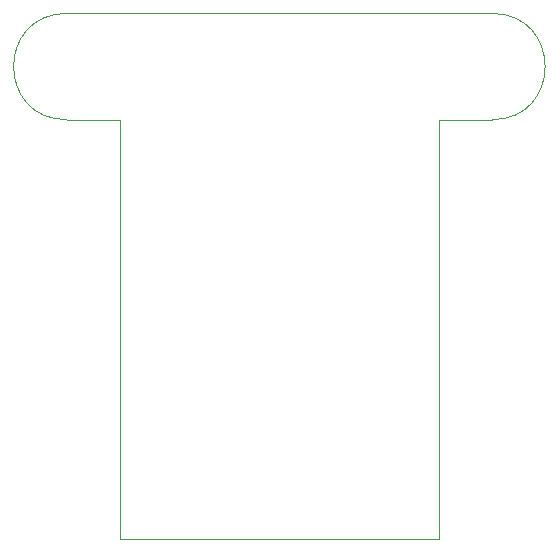
<source format=gbr>
G04 #@! TF.GenerationSoftware,KiCad,Pcbnew,9.0.5*
G04 #@! TF.CreationDate,2025-10-24T14:39:18-07:00*
G04 #@! TF.ProjectId,iris-128b,69726973-2d31-4323-9862-2e6b69636164,rev?*
G04 #@! TF.SameCoordinates,Original*
G04 #@! TF.FileFunction,Profile,NP*
%FSLAX46Y46*%
G04 Gerber Fmt 4.6, Leading zero omitted, Abs format (unit mm)*
G04 Created by KiCad (PCBNEW 9.0.5) date 2025-10-24 14:39:18*
%MOMM*%
%LPD*%
G01*
G04 APERTURE LIST*
G04 #@! TA.AperFunction,Profile*
%ADD10C,0.050000*%
G04 #@! TD*
G04 APERTURE END LIST*
D10*
X101150000Y-86985000D02*
X101150000Y-122450000D01*
X128150000Y-122450000D02*
X128150000Y-86985000D01*
X96650000Y-86985000D02*
X101150000Y-86985000D01*
X96648016Y-77985000D02*
X132650000Y-77985000D01*
X96647000Y-86984840D02*
G75*
G02*
X96647000Y-77984840I0J4500000D01*
G01*
X101150000Y-122450000D02*
X128150000Y-122450000D01*
X132650000Y-77985000D02*
G75*
G02*
X132650000Y-86985000I0J-4500000D01*
G01*
X132650000Y-86985000D02*
X128150000Y-86985000D01*
M02*

</source>
